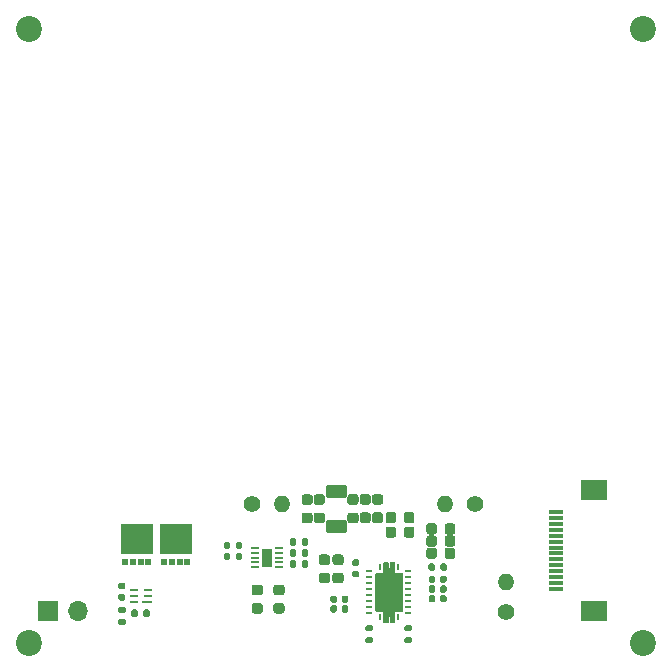
<source format=gbr>
%TF.GenerationSoftware,KiCad,Pcbnew,(5.1.8)-1*%
%TF.CreationDate,2021-09-17T09:19:24+08:00*%
%TF.ProjectId,WirelessPower,57697265-6c65-4737-9350-6f7765722e6b,rev?*%
%TF.SameCoordinates,Original*%
%TF.FileFunction,Soldermask,Top*%
%TF.FilePolarity,Negative*%
%FSLAX46Y46*%
G04 Gerber Fmt 4.6, Leading zero omitted, Abs format (unit mm)*
G04 Created by KiCad (PCBNEW (5.1.8)-1) date 2021-09-17 09:19:24*
%MOMM*%
%LPD*%
G01*
G04 APERTURE LIST*
%ADD10C,0.010000*%
%ADD11R,0.900000X1.500000*%
%ADD12R,0.760000X0.220000*%
%ADD13R,2.050000X3.050000*%
%ADD14R,0.600000X0.240000*%
%ADD15R,0.240000X0.600000*%
%ADD16O,1.400000X1.400000*%
%ADD17C,1.400000*%
%ADD18R,1.300000X0.300000*%
%ADD19R,2.200000X1.800000*%
%ADD20O,1.700000X1.700000*%
%ADD21R,1.700000X1.700000*%
%ADD22C,2.200000*%
%ADD23R,0.500000X0.630000*%
%ADD24R,0.850000X0.280000*%
%ADD25R,0.750000X0.280000*%
G04 APERTURE END LIST*
D10*
%TO.C,U2*%
G36*
X163593000Y-117853000D02*
G01*
X163593000Y-117080000D01*
X163593208Y-117072045D01*
X163593833Y-117064112D01*
X163594871Y-117056222D01*
X163596322Y-117048397D01*
X163598179Y-117040660D01*
X163600439Y-117033029D01*
X163603096Y-117025528D01*
X163606141Y-117018176D01*
X163609567Y-117010993D01*
X163613364Y-117004000D01*
X163617522Y-116997215D01*
X163622029Y-116990657D01*
X163626874Y-116984343D01*
X163632042Y-116978292D01*
X163637520Y-116972520D01*
X163643292Y-116967042D01*
X163649343Y-116961874D01*
X163655657Y-116957029D01*
X163662215Y-116952522D01*
X163669000Y-116948364D01*
X163675993Y-116944567D01*
X163683176Y-116941141D01*
X163690528Y-116938096D01*
X163698029Y-116935439D01*
X163705660Y-116933179D01*
X163713397Y-116931322D01*
X163721222Y-116929871D01*
X163729112Y-116928833D01*
X163737045Y-116928208D01*
X163745000Y-116928000D01*
X163845000Y-116928000D01*
X163852955Y-116928208D01*
X163860888Y-116928833D01*
X163868778Y-116929871D01*
X163876603Y-116931322D01*
X163884340Y-116933179D01*
X163891971Y-116935439D01*
X163899472Y-116938096D01*
X163906824Y-116941141D01*
X163914007Y-116944567D01*
X163921000Y-116948364D01*
X163927785Y-116952522D01*
X163934343Y-116957029D01*
X163940657Y-116961874D01*
X163946708Y-116967042D01*
X163952480Y-116972520D01*
X163957958Y-116978292D01*
X163963126Y-116984343D01*
X163967971Y-116990657D01*
X163972478Y-116997215D01*
X163976636Y-117004000D01*
X163980433Y-117010993D01*
X163983859Y-117018176D01*
X163986904Y-117025528D01*
X163989561Y-117033029D01*
X163991821Y-117040660D01*
X163993678Y-117048397D01*
X163995129Y-117056222D01*
X163996167Y-117064112D01*
X163996792Y-117072045D01*
X163997000Y-117080000D01*
X163997000Y-117453000D01*
X164142000Y-117453000D01*
X164143000Y-117453000D01*
X164143000Y-117078000D01*
X164143206Y-117070150D01*
X164143822Y-117062321D01*
X164144847Y-117054535D01*
X164146278Y-117046813D01*
X164148111Y-117039177D01*
X164150342Y-117031647D01*
X164152963Y-117024245D01*
X164155968Y-117016990D01*
X164159349Y-117009901D01*
X164163096Y-117003000D01*
X164167199Y-116996304D01*
X164171647Y-116989832D01*
X164176428Y-116983602D01*
X164181528Y-116977630D01*
X164186934Y-116971934D01*
X164192630Y-116966528D01*
X164198602Y-116961428D01*
X164204832Y-116956647D01*
X164211304Y-116952199D01*
X164218000Y-116948096D01*
X164224901Y-116944349D01*
X164231990Y-116940968D01*
X164239245Y-116937963D01*
X164246647Y-116935342D01*
X164254177Y-116933111D01*
X164261813Y-116931278D01*
X164269535Y-116929847D01*
X164277321Y-116928822D01*
X164285150Y-116928206D01*
X164293000Y-116928000D01*
X164396000Y-116928000D01*
X164403903Y-116928207D01*
X164411784Y-116928827D01*
X164419622Y-116929859D01*
X164427395Y-116931300D01*
X164435082Y-116933145D01*
X164442662Y-116935390D01*
X164450114Y-116938029D01*
X164457417Y-116941055D01*
X164464553Y-116944458D01*
X164471500Y-116948230D01*
X164478240Y-116952361D01*
X164484756Y-116956838D01*
X164491027Y-116961651D01*
X164497039Y-116966785D01*
X164502773Y-116972227D01*
X164508215Y-116977961D01*
X164513349Y-116983973D01*
X164518162Y-116990244D01*
X164522639Y-116996760D01*
X164526770Y-117003500D01*
X164530542Y-117010447D01*
X164533945Y-117017583D01*
X164536971Y-117024886D01*
X164539610Y-117032338D01*
X164541855Y-117039918D01*
X164543700Y-117047605D01*
X164545141Y-117055378D01*
X164546173Y-117063216D01*
X164546793Y-117071097D01*
X164547000Y-117079000D01*
X164547000Y-117853000D01*
X165045000Y-117853000D01*
X165052955Y-117853208D01*
X165060888Y-117853833D01*
X165068778Y-117854871D01*
X165076603Y-117856322D01*
X165084340Y-117858179D01*
X165091971Y-117860439D01*
X165099472Y-117863096D01*
X165106824Y-117866141D01*
X165114007Y-117869567D01*
X165121000Y-117873364D01*
X165127785Y-117877522D01*
X165134343Y-117882029D01*
X165140657Y-117886874D01*
X165146708Y-117892042D01*
X165152480Y-117897520D01*
X165157958Y-117903292D01*
X165163126Y-117909343D01*
X165167971Y-117915657D01*
X165172478Y-117922215D01*
X165176636Y-117929000D01*
X165180433Y-117935993D01*
X165183859Y-117943176D01*
X165186904Y-117950528D01*
X165189561Y-117958029D01*
X165191821Y-117965660D01*
X165193678Y-117973397D01*
X165195129Y-117981222D01*
X165196167Y-117989112D01*
X165196792Y-117997045D01*
X165197000Y-118005000D01*
X165197000Y-120956000D01*
X165196794Y-120963850D01*
X165196178Y-120971679D01*
X165195153Y-120979465D01*
X165193722Y-120987187D01*
X165191889Y-120994823D01*
X165189658Y-121002353D01*
X165187037Y-121009755D01*
X165184032Y-121017010D01*
X165180651Y-121024099D01*
X165176904Y-121031000D01*
X165172801Y-121037696D01*
X165168353Y-121044168D01*
X165163572Y-121050398D01*
X165158472Y-121056370D01*
X165153066Y-121062066D01*
X165147370Y-121067472D01*
X165141398Y-121072572D01*
X165135168Y-121077353D01*
X165128696Y-121081801D01*
X165122000Y-121085904D01*
X165115099Y-121089651D01*
X165108010Y-121093032D01*
X165100755Y-121096037D01*
X165093353Y-121098658D01*
X165085823Y-121100889D01*
X165078187Y-121102722D01*
X165070465Y-121104153D01*
X165062679Y-121105178D01*
X165054850Y-121105794D01*
X165047000Y-121106000D01*
X164548000Y-121106000D01*
X164547948Y-121106001D01*
X164547895Y-121106005D01*
X164547844Y-121106012D01*
X164547792Y-121106022D01*
X164547741Y-121106034D01*
X164547691Y-121106049D01*
X164547642Y-121106066D01*
X164547593Y-121106086D01*
X164547546Y-121106109D01*
X164547500Y-121106134D01*
X164547455Y-121106161D01*
X164547412Y-121106191D01*
X164547371Y-121106223D01*
X164547331Y-121106257D01*
X164547293Y-121106293D01*
X164547257Y-121106331D01*
X164547223Y-121106371D01*
X164547191Y-121106412D01*
X164547161Y-121106455D01*
X164547134Y-121106500D01*
X164547109Y-121106546D01*
X164547086Y-121106593D01*
X164547066Y-121106642D01*
X164547049Y-121106691D01*
X164547034Y-121106741D01*
X164547022Y-121106792D01*
X164547012Y-121106844D01*
X164547005Y-121106895D01*
X164547001Y-121106948D01*
X164547000Y-121107000D01*
X164547000Y-121881000D01*
X164546794Y-121888850D01*
X164546178Y-121896679D01*
X164545153Y-121904465D01*
X164543722Y-121912187D01*
X164541889Y-121919823D01*
X164539658Y-121927353D01*
X164537037Y-121934755D01*
X164534032Y-121942010D01*
X164530651Y-121949099D01*
X164526904Y-121956000D01*
X164522801Y-121962696D01*
X164518353Y-121969168D01*
X164513572Y-121975398D01*
X164508472Y-121981370D01*
X164503066Y-121987066D01*
X164497370Y-121992472D01*
X164491398Y-121997572D01*
X164485168Y-122002353D01*
X164478696Y-122006801D01*
X164472000Y-122010904D01*
X164465099Y-122014651D01*
X164458010Y-122018032D01*
X164450755Y-122021037D01*
X164443353Y-122023658D01*
X164435823Y-122025889D01*
X164428187Y-122027722D01*
X164420465Y-122029153D01*
X164412679Y-122030178D01*
X164404850Y-122030794D01*
X164397000Y-122031000D01*
X164292000Y-122031000D01*
X164284202Y-122030796D01*
X164276425Y-122030184D01*
X164268691Y-122029166D01*
X164261021Y-122027744D01*
X164253436Y-122025923D01*
X164245956Y-122023707D01*
X164238603Y-122021103D01*
X164231396Y-122018118D01*
X164224355Y-122014760D01*
X164217500Y-122011038D01*
X164210849Y-122006962D01*
X164204420Y-122002544D01*
X164198231Y-121997795D01*
X164192300Y-121992729D01*
X164186641Y-121987359D01*
X164181271Y-121981700D01*
X164176205Y-121975769D01*
X164171456Y-121969580D01*
X164167038Y-121963151D01*
X164162962Y-121956500D01*
X164159240Y-121949645D01*
X164155882Y-121942604D01*
X164152897Y-121935397D01*
X164150293Y-121928044D01*
X164148077Y-121920564D01*
X164146256Y-121912979D01*
X164144834Y-121905309D01*
X164143816Y-121897575D01*
X164143204Y-121889798D01*
X164143000Y-121882000D01*
X164143000Y-121507000D01*
X163998000Y-121507000D01*
X163997948Y-121507001D01*
X163997895Y-121507005D01*
X163997844Y-121507012D01*
X163997792Y-121507022D01*
X163997741Y-121507034D01*
X163997691Y-121507049D01*
X163997642Y-121507066D01*
X163997593Y-121507086D01*
X163997546Y-121507109D01*
X163997500Y-121507134D01*
X163997455Y-121507161D01*
X163997412Y-121507191D01*
X163997371Y-121507223D01*
X163997331Y-121507257D01*
X163997293Y-121507293D01*
X163997257Y-121507331D01*
X163997223Y-121507371D01*
X163997191Y-121507412D01*
X163997161Y-121507455D01*
X163997134Y-121507500D01*
X163997109Y-121507546D01*
X163997086Y-121507593D01*
X163997066Y-121507642D01*
X163997049Y-121507691D01*
X163997034Y-121507741D01*
X163997022Y-121507792D01*
X163997012Y-121507844D01*
X163997005Y-121507895D01*
X163997001Y-121507948D01*
X163997000Y-121508000D01*
X163997000Y-121881000D01*
X163996794Y-121888850D01*
X163996178Y-121896679D01*
X163995153Y-121904465D01*
X163993722Y-121912187D01*
X163991889Y-121919823D01*
X163989658Y-121927353D01*
X163987037Y-121934755D01*
X163984032Y-121942010D01*
X163980651Y-121949099D01*
X163976904Y-121956000D01*
X163972801Y-121962696D01*
X163968353Y-121969168D01*
X163963572Y-121975398D01*
X163958472Y-121981370D01*
X163953066Y-121987066D01*
X163947370Y-121992472D01*
X163941398Y-121997572D01*
X163935168Y-122002353D01*
X163928696Y-122006801D01*
X163922000Y-122010904D01*
X163915099Y-122014651D01*
X163908010Y-122018032D01*
X163900755Y-122021037D01*
X163893353Y-122023658D01*
X163885823Y-122025889D01*
X163878187Y-122027722D01*
X163870465Y-122029153D01*
X163862679Y-122030178D01*
X163854850Y-122030794D01*
X163847000Y-122031000D01*
X163741000Y-122031000D01*
X163733254Y-122030797D01*
X163725530Y-122030189D01*
X163717848Y-122029178D01*
X163710229Y-122027766D01*
X163702695Y-122025957D01*
X163695265Y-122023756D01*
X163687962Y-122021170D01*
X163680803Y-122018205D01*
X163673809Y-122014869D01*
X163667000Y-122011172D01*
X163660393Y-122007123D01*
X163654008Y-122002735D01*
X163647861Y-121998018D01*
X163641969Y-121992985D01*
X163636348Y-121987652D01*
X163631015Y-121982031D01*
X163625982Y-121976139D01*
X163621265Y-121969992D01*
X163616877Y-121963607D01*
X163612828Y-121957000D01*
X163609131Y-121950191D01*
X163605795Y-121943197D01*
X163602830Y-121936038D01*
X163600244Y-121928735D01*
X163598043Y-121921305D01*
X163596234Y-121913771D01*
X163594822Y-121906152D01*
X163593811Y-121898470D01*
X163593203Y-121890746D01*
X163593000Y-121883000D01*
X163593000Y-121107000D01*
X163095000Y-121107000D01*
X163087045Y-121106792D01*
X163079112Y-121106167D01*
X163071222Y-121105129D01*
X163063397Y-121103678D01*
X163055660Y-121101821D01*
X163048029Y-121099561D01*
X163040528Y-121096904D01*
X163033176Y-121093859D01*
X163025993Y-121090433D01*
X163019000Y-121086636D01*
X163012215Y-121082478D01*
X163005657Y-121077971D01*
X162999343Y-121073126D01*
X162993292Y-121067958D01*
X162987520Y-121062480D01*
X162982042Y-121056708D01*
X162976874Y-121050657D01*
X162972029Y-121044343D01*
X162967522Y-121037785D01*
X162963364Y-121031000D01*
X162959567Y-121024007D01*
X162956141Y-121016824D01*
X162953096Y-121009472D01*
X162950439Y-121001971D01*
X162948179Y-120994340D01*
X162946322Y-120986603D01*
X162944871Y-120978778D01*
X162943833Y-120970888D01*
X162943208Y-120962955D01*
X162943000Y-120955000D01*
X162943000Y-118006000D01*
X162943208Y-117998045D01*
X162943833Y-117990112D01*
X162944871Y-117982222D01*
X162946322Y-117974397D01*
X162948179Y-117966660D01*
X162950439Y-117959029D01*
X162953096Y-117951528D01*
X162956141Y-117944176D01*
X162959567Y-117936993D01*
X162963364Y-117930000D01*
X162967522Y-117923215D01*
X162972029Y-117916657D01*
X162976874Y-117910343D01*
X162982042Y-117904292D01*
X162987520Y-117898520D01*
X162993292Y-117893042D01*
X162999343Y-117887874D01*
X163005657Y-117883029D01*
X163012215Y-117878522D01*
X163019000Y-117874364D01*
X163025993Y-117870567D01*
X163033176Y-117867141D01*
X163040528Y-117864096D01*
X163048029Y-117861439D01*
X163055660Y-117859179D01*
X163063397Y-117857322D01*
X163071222Y-117855871D01*
X163079112Y-117854833D01*
X163087045Y-117854208D01*
X163095000Y-117854000D01*
X163592000Y-117854000D01*
X163592052Y-117853999D01*
X163592105Y-117853995D01*
X163592156Y-117853988D01*
X163592208Y-117853978D01*
X163592259Y-117853966D01*
X163592309Y-117853951D01*
X163592358Y-117853934D01*
X163592407Y-117853914D01*
X163592454Y-117853891D01*
X163592500Y-117853866D01*
X163592545Y-117853839D01*
X163592588Y-117853809D01*
X163592629Y-117853777D01*
X163592669Y-117853743D01*
X163592707Y-117853707D01*
X163592743Y-117853669D01*
X163592777Y-117853629D01*
X163592809Y-117853588D01*
X163592839Y-117853545D01*
X163592866Y-117853500D01*
X163592891Y-117853454D01*
X163592914Y-117853407D01*
X163592934Y-117853358D01*
X163592951Y-117853309D01*
X163592966Y-117853259D01*
X163592978Y-117853208D01*
X163592988Y-117853156D01*
X163592995Y-117853105D01*
X163592999Y-117853052D01*
X163593000Y-117853000D01*
G37*
X163593000Y-117853000D02*
X163593000Y-117080000D01*
X163593208Y-117072045D01*
X163593833Y-117064112D01*
X163594871Y-117056222D01*
X163596322Y-117048397D01*
X163598179Y-117040660D01*
X163600439Y-117033029D01*
X163603096Y-117025528D01*
X163606141Y-117018176D01*
X163609567Y-117010993D01*
X163613364Y-117004000D01*
X163617522Y-116997215D01*
X163622029Y-116990657D01*
X163626874Y-116984343D01*
X163632042Y-116978292D01*
X163637520Y-116972520D01*
X163643292Y-116967042D01*
X163649343Y-116961874D01*
X163655657Y-116957029D01*
X163662215Y-116952522D01*
X163669000Y-116948364D01*
X163675993Y-116944567D01*
X163683176Y-116941141D01*
X163690528Y-116938096D01*
X163698029Y-116935439D01*
X163705660Y-116933179D01*
X163713397Y-116931322D01*
X163721222Y-116929871D01*
X163729112Y-116928833D01*
X163737045Y-116928208D01*
X163745000Y-116928000D01*
X163845000Y-116928000D01*
X163852955Y-116928208D01*
X163860888Y-116928833D01*
X163868778Y-116929871D01*
X163876603Y-116931322D01*
X163884340Y-116933179D01*
X163891971Y-116935439D01*
X163899472Y-116938096D01*
X163906824Y-116941141D01*
X163914007Y-116944567D01*
X163921000Y-116948364D01*
X163927785Y-116952522D01*
X163934343Y-116957029D01*
X163940657Y-116961874D01*
X163946708Y-116967042D01*
X163952480Y-116972520D01*
X163957958Y-116978292D01*
X163963126Y-116984343D01*
X163967971Y-116990657D01*
X163972478Y-116997215D01*
X163976636Y-117004000D01*
X163980433Y-117010993D01*
X163983859Y-117018176D01*
X163986904Y-117025528D01*
X163989561Y-117033029D01*
X163991821Y-117040660D01*
X163993678Y-117048397D01*
X163995129Y-117056222D01*
X163996167Y-117064112D01*
X163996792Y-117072045D01*
X163997000Y-117080000D01*
X163997000Y-117453000D01*
X164142000Y-117453000D01*
X164143000Y-117453000D01*
X164143000Y-117078000D01*
X164143206Y-117070150D01*
X164143822Y-117062321D01*
X164144847Y-117054535D01*
X164146278Y-117046813D01*
X164148111Y-117039177D01*
X164150342Y-117031647D01*
X164152963Y-117024245D01*
X164155968Y-117016990D01*
X164159349Y-117009901D01*
X164163096Y-117003000D01*
X164167199Y-116996304D01*
X164171647Y-116989832D01*
X164176428Y-116983602D01*
X164181528Y-116977630D01*
X164186934Y-116971934D01*
X164192630Y-116966528D01*
X164198602Y-116961428D01*
X164204832Y-116956647D01*
X164211304Y-116952199D01*
X164218000Y-116948096D01*
X164224901Y-116944349D01*
X164231990Y-116940968D01*
X164239245Y-116937963D01*
X164246647Y-116935342D01*
X164254177Y-116933111D01*
X164261813Y-116931278D01*
X164269535Y-116929847D01*
X164277321Y-116928822D01*
X164285150Y-116928206D01*
X164293000Y-116928000D01*
X164396000Y-116928000D01*
X164403903Y-116928207D01*
X164411784Y-116928827D01*
X164419622Y-116929859D01*
X164427395Y-116931300D01*
X164435082Y-116933145D01*
X164442662Y-116935390D01*
X164450114Y-116938029D01*
X164457417Y-116941055D01*
X164464553Y-116944458D01*
X164471500Y-116948230D01*
X164478240Y-116952361D01*
X164484756Y-116956838D01*
X164491027Y-116961651D01*
X164497039Y-116966785D01*
X164502773Y-116972227D01*
X164508215Y-116977961D01*
X164513349Y-116983973D01*
X164518162Y-116990244D01*
X164522639Y-116996760D01*
X164526770Y-117003500D01*
X164530542Y-117010447D01*
X164533945Y-117017583D01*
X164536971Y-117024886D01*
X164539610Y-117032338D01*
X164541855Y-117039918D01*
X164543700Y-117047605D01*
X164545141Y-117055378D01*
X164546173Y-117063216D01*
X164546793Y-117071097D01*
X164547000Y-117079000D01*
X164547000Y-117853000D01*
X165045000Y-117853000D01*
X165052955Y-117853208D01*
X165060888Y-117853833D01*
X165068778Y-117854871D01*
X165076603Y-117856322D01*
X165084340Y-117858179D01*
X165091971Y-117860439D01*
X165099472Y-117863096D01*
X165106824Y-117866141D01*
X165114007Y-117869567D01*
X165121000Y-117873364D01*
X165127785Y-117877522D01*
X165134343Y-117882029D01*
X165140657Y-117886874D01*
X165146708Y-117892042D01*
X165152480Y-117897520D01*
X165157958Y-117903292D01*
X165163126Y-117909343D01*
X165167971Y-117915657D01*
X165172478Y-117922215D01*
X165176636Y-117929000D01*
X165180433Y-117935993D01*
X165183859Y-117943176D01*
X165186904Y-117950528D01*
X165189561Y-117958029D01*
X165191821Y-117965660D01*
X165193678Y-117973397D01*
X165195129Y-117981222D01*
X165196167Y-117989112D01*
X165196792Y-117997045D01*
X165197000Y-118005000D01*
X165197000Y-120956000D01*
X165196794Y-120963850D01*
X165196178Y-120971679D01*
X165195153Y-120979465D01*
X165193722Y-120987187D01*
X165191889Y-120994823D01*
X165189658Y-121002353D01*
X165187037Y-121009755D01*
X165184032Y-121017010D01*
X165180651Y-121024099D01*
X165176904Y-121031000D01*
X165172801Y-121037696D01*
X165168353Y-121044168D01*
X165163572Y-121050398D01*
X165158472Y-121056370D01*
X165153066Y-121062066D01*
X165147370Y-121067472D01*
X165141398Y-121072572D01*
X165135168Y-121077353D01*
X165128696Y-121081801D01*
X165122000Y-121085904D01*
X165115099Y-121089651D01*
X165108010Y-121093032D01*
X165100755Y-121096037D01*
X165093353Y-121098658D01*
X165085823Y-121100889D01*
X165078187Y-121102722D01*
X165070465Y-121104153D01*
X165062679Y-121105178D01*
X165054850Y-121105794D01*
X165047000Y-121106000D01*
X164548000Y-121106000D01*
X164547948Y-121106001D01*
X164547895Y-121106005D01*
X164547844Y-121106012D01*
X164547792Y-121106022D01*
X164547741Y-121106034D01*
X164547691Y-121106049D01*
X164547642Y-121106066D01*
X164547593Y-121106086D01*
X164547546Y-121106109D01*
X164547500Y-121106134D01*
X164547455Y-121106161D01*
X164547412Y-121106191D01*
X164547371Y-121106223D01*
X164547331Y-121106257D01*
X164547293Y-121106293D01*
X164547257Y-121106331D01*
X164547223Y-121106371D01*
X164547191Y-121106412D01*
X164547161Y-121106455D01*
X164547134Y-121106500D01*
X164547109Y-121106546D01*
X164547086Y-121106593D01*
X164547066Y-121106642D01*
X164547049Y-121106691D01*
X164547034Y-121106741D01*
X164547022Y-121106792D01*
X164547012Y-121106844D01*
X164547005Y-121106895D01*
X164547001Y-121106948D01*
X164547000Y-121107000D01*
X164547000Y-121881000D01*
X164546794Y-121888850D01*
X164546178Y-121896679D01*
X164545153Y-121904465D01*
X164543722Y-121912187D01*
X164541889Y-121919823D01*
X164539658Y-121927353D01*
X164537037Y-121934755D01*
X164534032Y-121942010D01*
X164530651Y-121949099D01*
X164526904Y-121956000D01*
X164522801Y-121962696D01*
X164518353Y-121969168D01*
X164513572Y-121975398D01*
X164508472Y-121981370D01*
X164503066Y-121987066D01*
X164497370Y-121992472D01*
X164491398Y-121997572D01*
X164485168Y-122002353D01*
X164478696Y-122006801D01*
X164472000Y-122010904D01*
X164465099Y-122014651D01*
X164458010Y-122018032D01*
X164450755Y-122021037D01*
X164443353Y-122023658D01*
X164435823Y-122025889D01*
X164428187Y-122027722D01*
X164420465Y-122029153D01*
X164412679Y-122030178D01*
X164404850Y-122030794D01*
X164397000Y-122031000D01*
X164292000Y-122031000D01*
X164284202Y-122030796D01*
X164276425Y-122030184D01*
X164268691Y-122029166D01*
X164261021Y-122027744D01*
X164253436Y-122025923D01*
X164245956Y-122023707D01*
X164238603Y-122021103D01*
X164231396Y-122018118D01*
X164224355Y-122014760D01*
X164217500Y-122011038D01*
X164210849Y-122006962D01*
X164204420Y-122002544D01*
X164198231Y-121997795D01*
X164192300Y-121992729D01*
X164186641Y-121987359D01*
X164181271Y-121981700D01*
X164176205Y-121975769D01*
X164171456Y-121969580D01*
X164167038Y-121963151D01*
X164162962Y-121956500D01*
X164159240Y-121949645D01*
X164155882Y-121942604D01*
X164152897Y-121935397D01*
X164150293Y-121928044D01*
X164148077Y-121920564D01*
X164146256Y-121912979D01*
X164144834Y-121905309D01*
X164143816Y-121897575D01*
X164143204Y-121889798D01*
X164143000Y-121882000D01*
X164143000Y-121507000D01*
X163998000Y-121507000D01*
X163997948Y-121507001D01*
X163997895Y-121507005D01*
X163997844Y-121507012D01*
X163997792Y-121507022D01*
X163997741Y-121507034D01*
X163997691Y-121507049D01*
X163997642Y-121507066D01*
X163997593Y-121507086D01*
X163997546Y-121507109D01*
X163997500Y-121507134D01*
X163997455Y-121507161D01*
X163997412Y-121507191D01*
X163997371Y-121507223D01*
X163997331Y-121507257D01*
X163997293Y-121507293D01*
X163997257Y-121507331D01*
X163997223Y-121507371D01*
X163997191Y-121507412D01*
X163997161Y-121507455D01*
X163997134Y-121507500D01*
X163997109Y-121507546D01*
X163997086Y-121507593D01*
X163997066Y-121507642D01*
X163997049Y-121507691D01*
X163997034Y-121507741D01*
X163997022Y-121507792D01*
X163997012Y-121507844D01*
X163997005Y-121507895D01*
X163997001Y-121507948D01*
X163997000Y-121508000D01*
X163997000Y-121881000D01*
X163996794Y-121888850D01*
X163996178Y-121896679D01*
X163995153Y-121904465D01*
X163993722Y-121912187D01*
X163991889Y-121919823D01*
X163989658Y-121927353D01*
X163987037Y-121934755D01*
X163984032Y-121942010D01*
X163980651Y-121949099D01*
X163976904Y-121956000D01*
X163972801Y-121962696D01*
X163968353Y-121969168D01*
X163963572Y-121975398D01*
X163958472Y-121981370D01*
X163953066Y-121987066D01*
X163947370Y-121992472D01*
X163941398Y-121997572D01*
X163935168Y-122002353D01*
X163928696Y-122006801D01*
X163922000Y-122010904D01*
X163915099Y-122014651D01*
X163908010Y-122018032D01*
X163900755Y-122021037D01*
X163893353Y-122023658D01*
X163885823Y-122025889D01*
X163878187Y-122027722D01*
X163870465Y-122029153D01*
X163862679Y-122030178D01*
X163854850Y-122030794D01*
X163847000Y-122031000D01*
X163741000Y-122031000D01*
X163733254Y-122030797D01*
X163725530Y-122030189D01*
X163717848Y-122029178D01*
X163710229Y-122027766D01*
X163702695Y-122025957D01*
X163695265Y-122023756D01*
X163687962Y-122021170D01*
X163680803Y-122018205D01*
X163673809Y-122014869D01*
X163667000Y-122011172D01*
X163660393Y-122007123D01*
X163654008Y-122002735D01*
X163647861Y-121998018D01*
X163641969Y-121992985D01*
X163636348Y-121987652D01*
X163631015Y-121982031D01*
X163625982Y-121976139D01*
X163621265Y-121969992D01*
X163616877Y-121963607D01*
X163612828Y-121957000D01*
X163609131Y-121950191D01*
X163605795Y-121943197D01*
X163602830Y-121936038D01*
X163600244Y-121928735D01*
X163598043Y-121921305D01*
X163596234Y-121913771D01*
X163594822Y-121906152D01*
X163593811Y-121898470D01*
X163593203Y-121890746D01*
X163593000Y-121883000D01*
X163593000Y-121107000D01*
X163095000Y-121107000D01*
X163087045Y-121106792D01*
X163079112Y-121106167D01*
X163071222Y-121105129D01*
X163063397Y-121103678D01*
X163055660Y-121101821D01*
X163048029Y-121099561D01*
X163040528Y-121096904D01*
X163033176Y-121093859D01*
X163025993Y-121090433D01*
X163019000Y-121086636D01*
X163012215Y-121082478D01*
X163005657Y-121077971D01*
X162999343Y-121073126D01*
X162993292Y-121067958D01*
X162987520Y-121062480D01*
X162982042Y-121056708D01*
X162976874Y-121050657D01*
X162972029Y-121044343D01*
X162967522Y-121037785D01*
X162963364Y-121031000D01*
X162959567Y-121024007D01*
X162956141Y-121016824D01*
X162953096Y-121009472D01*
X162950439Y-121001971D01*
X162948179Y-120994340D01*
X162946322Y-120986603D01*
X162944871Y-120978778D01*
X162943833Y-120970888D01*
X162943208Y-120962955D01*
X162943000Y-120955000D01*
X162943000Y-118006000D01*
X162943208Y-117998045D01*
X162943833Y-117990112D01*
X162944871Y-117982222D01*
X162946322Y-117974397D01*
X162948179Y-117966660D01*
X162950439Y-117959029D01*
X162953096Y-117951528D01*
X162956141Y-117944176D01*
X162959567Y-117936993D01*
X162963364Y-117930000D01*
X162967522Y-117923215D01*
X162972029Y-117916657D01*
X162976874Y-117910343D01*
X162982042Y-117904292D01*
X162987520Y-117898520D01*
X162993292Y-117893042D01*
X162999343Y-117887874D01*
X163005657Y-117883029D01*
X163012215Y-117878522D01*
X163019000Y-117874364D01*
X163025993Y-117870567D01*
X163033176Y-117867141D01*
X163040528Y-117864096D01*
X163048029Y-117861439D01*
X163055660Y-117859179D01*
X163063397Y-117857322D01*
X163071222Y-117855871D01*
X163079112Y-117854833D01*
X163087045Y-117854208D01*
X163095000Y-117854000D01*
X163592000Y-117854000D01*
X163592052Y-117853999D01*
X163592105Y-117853995D01*
X163592156Y-117853988D01*
X163592208Y-117853978D01*
X163592259Y-117853966D01*
X163592309Y-117853951D01*
X163592358Y-117853934D01*
X163592407Y-117853914D01*
X163592454Y-117853891D01*
X163592500Y-117853866D01*
X163592545Y-117853839D01*
X163592588Y-117853809D01*
X163592629Y-117853777D01*
X163592669Y-117853743D01*
X163592707Y-117853707D01*
X163592743Y-117853669D01*
X163592777Y-117853629D01*
X163592809Y-117853588D01*
X163592839Y-117853545D01*
X163592866Y-117853500D01*
X163592891Y-117853454D01*
X163592914Y-117853407D01*
X163592934Y-117853358D01*
X163592951Y-117853309D01*
X163592966Y-117853259D01*
X163592978Y-117853208D01*
X163592988Y-117853156D01*
X163592995Y-117853105D01*
X163592999Y-117853052D01*
X163593000Y-117853000D01*
%TO.C,U4*%
G36*
X141405000Y-116190000D02*
G01*
X141405000Y-113680000D01*
X144055000Y-113680000D01*
X144055000Y-116190000D01*
X141405000Y-116190000D01*
G37*
X141405000Y-116190000D02*
X141405000Y-113680000D01*
X144055000Y-113680000D01*
X144055000Y-116190000D01*
X141405000Y-116190000D01*
%TO.C,U3*%
G36*
X144715000Y-116189999D02*
G01*
X144715000Y-113679999D01*
X147365000Y-113679999D01*
X147365000Y-116189999D01*
X144715000Y-116189999D01*
G37*
X144715000Y-116189999D02*
X144715000Y-113679999D01*
X147365000Y-113679999D01*
X147365000Y-116189999D01*
X144715000Y-116189999D01*
%TD*%
D11*
%TO.C,U5*%
X153770000Y-116559999D03*
D12*
X152785000Y-117359999D03*
X152785000Y-116959999D03*
X152785000Y-116559999D03*
X152785000Y-116159999D03*
X152785000Y-115759999D03*
X154755000Y-115759999D03*
X154755000Y-116159999D03*
X154755000Y-116559999D03*
X154755000Y-116959999D03*
X154755000Y-117359999D03*
%TD*%
D13*
%TO.C,U2*%
X164070000Y-119480000D03*
D14*
X165720000Y-117730000D03*
X165720000Y-118230000D03*
X165720000Y-118730000D03*
X165720000Y-121230000D03*
X165720000Y-120730000D03*
X165720000Y-120230000D03*
X165720000Y-119730000D03*
X165720000Y-119230000D03*
X162420000Y-117730000D03*
X162420000Y-118230000D03*
X162420000Y-118730000D03*
X162420000Y-121230000D03*
X162420000Y-120730000D03*
X162420000Y-120230000D03*
X162420000Y-119730000D03*
X162420000Y-119230000D03*
D15*
X164820000Y-121630000D03*
X163320000Y-121630000D03*
X164820000Y-117330000D03*
X163320000Y-117330000D03*
%TD*%
%TO.C,C22*%
G36*
G01*
X168145000Y-113880000D02*
X168145000Y-114380000D01*
G75*
G02*
X167920000Y-114605000I-225000J0D01*
G01*
X167470000Y-114605000D01*
G75*
G02*
X167245000Y-114380000I0J225000D01*
G01*
X167245000Y-113880000D01*
G75*
G02*
X167470000Y-113655000I225000J0D01*
G01*
X167920000Y-113655000D01*
G75*
G02*
X168145000Y-113880000I0J-225000D01*
G01*
G37*
G36*
G01*
X169695000Y-113880000D02*
X169695000Y-114380000D01*
G75*
G02*
X169470000Y-114605000I-225000J0D01*
G01*
X169020000Y-114605000D01*
G75*
G02*
X168795000Y-114380000I0J225000D01*
G01*
X168795000Y-113880000D01*
G75*
G02*
X169020000Y-113655000I225000J0D01*
G01*
X169470000Y-113655000D01*
G75*
G02*
X169695000Y-113880000I0J-225000D01*
G01*
G37*
%TD*%
D16*
%TO.C,J6*%
X168870000Y-112050000D03*
D17*
X171410000Y-112050000D03*
%TD*%
%TO.C,C21*%
G36*
G01*
X156910000Y-112755000D02*
X157410000Y-112755000D01*
G75*
G02*
X157635000Y-112980000I0J-225000D01*
G01*
X157635000Y-113430000D01*
G75*
G02*
X157410000Y-113655000I-225000J0D01*
G01*
X156910000Y-113655000D01*
G75*
G02*
X156685000Y-113430000I0J225000D01*
G01*
X156685000Y-112980000D01*
G75*
G02*
X156910000Y-112755000I225000J0D01*
G01*
G37*
G36*
G01*
X156910000Y-111205000D02*
X157410000Y-111205000D01*
G75*
G02*
X157635000Y-111430000I0J-225000D01*
G01*
X157635000Y-111880000D01*
G75*
G02*
X157410000Y-112105000I-225000J0D01*
G01*
X156910000Y-112105000D01*
G75*
G02*
X156685000Y-111880000I0J225000D01*
G01*
X156685000Y-111430000D01*
G75*
G02*
X156910000Y-111205000I225000J0D01*
G01*
G37*
%TD*%
%TO.C,C20*%
G36*
G01*
X157942500Y-112755000D02*
X158442500Y-112755000D01*
G75*
G02*
X158667500Y-112980000I0J-225000D01*
G01*
X158667500Y-113430000D01*
G75*
G02*
X158442500Y-113655000I-225000J0D01*
G01*
X157942500Y-113655000D01*
G75*
G02*
X157717500Y-113430000I0J225000D01*
G01*
X157717500Y-112980000D01*
G75*
G02*
X157942500Y-112755000I225000J0D01*
G01*
G37*
G36*
G01*
X157942500Y-111205000D02*
X158442500Y-111205000D01*
G75*
G02*
X158667500Y-111430000I0J-225000D01*
G01*
X158667500Y-111880000D01*
G75*
G02*
X158442500Y-112105000I-225000J0D01*
G01*
X157942500Y-112105000D01*
G75*
G02*
X157717500Y-111880000I0J225000D01*
G01*
X157717500Y-111430000D01*
G75*
G02*
X157942500Y-111205000I225000J0D01*
G01*
G37*
%TD*%
%TO.C,C19*%
G36*
G01*
X162870000Y-112735000D02*
X163370000Y-112735000D01*
G75*
G02*
X163595000Y-112960000I0J-225000D01*
G01*
X163595000Y-113410000D01*
G75*
G02*
X163370000Y-113635000I-225000J0D01*
G01*
X162870000Y-113635000D01*
G75*
G02*
X162645000Y-113410000I0J225000D01*
G01*
X162645000Y-112960000D01*
G75*
G02*
X162870000Y-112735000I225000J0D01*
G01*
G37*
G36*
G01*
X162870000Y-111185000D02*
X163370000Y-111185000D01*
G75*
G02*
X163595000Y-111410000I0J-225000D01*
G01*
X163595000Y-111860000D01*
G75*
G02*
X163370000Y-112085000I-225000J0D01*
G01*
X162870000Y-112085000D01*
G75*
G02*
X162645000Y-111860000I0J225000D01*
G01*
X162645000Y-111410000D01*
G75*
G02*
X162870000Y-111185000I225000J0D01*
G01*
G37*
%TD*%
%TO.C,C15*%
G36*
G01*
X165345000Y-113430001D02*
X165345000Y-112930001D01*
G75*
G02*
X165570000Y-112705001I225000J0D01*
G01*
X166020000Y-112705001D01*
G75*
G02*
X166245000Y-112930001I0J-225000D01*
G01*
X166245000Y-113430001D01*
G75*
G02*
X166020000Y-113655001I-225000J0D01*
G01*
X165570000Y-113655001D01*
G75*
G02*
X165345000Y-113430001I0J225000D01*
G01*
G37*
G36*
G01*
X163795000Y-113430001D02*
X163795000Y-112930001D01*
G75*
G02*
X164020000Y-112705001I225000J0D01*
G01*
X164470000Y-112705001D01*
G75*
G02*
X164695000Y-112930001I0J-225000D01*
G01*
X164695000Y-113430001D01*
G75*
G02*
X164470000Y-113655001I-225000J0D01*
G01*
X164020000Y-113655001D01*
G75*
G02*
X163795000Y-113430001I0J225000D01*
G01*
G37*
%TD*%
%TO.C,C14*%
G36*
G01*
X161830000Y-112735000D02*
X162330000Y-112735000D01*
G75*
G02*
X162555000Y-112960000I0J-225000D01*
G01*
X162555000Y-113410000D01*
G75*
G02*
X162330000Y-113635000I-225000J0D01*
G01*
X161830000Y-113635000D01*
G75*
G02*
X161605000Y-113410000I0J225000D01*
G01*
X161605000Y-112960000D01*
G75*
G02*
X161830000Y-112735000I225000J0D01*
G01*
G37*
G36*
G01*
X161830000Y-111185000D02*
X162330000Y-111185000D01*
G75*
G02*
X162555000Y-111410000I0J-225000D01*
G01*
X162555000Y-111860000D01*
G75*
G02*
X162330000Y-112085000I-225000J0D01*
G01*
X161830000Y-112085000D01*
G75*
G02*
X161605000Y-111860000I0J225000D01*
G01*
X161605000Y-111410000D01*
G75*
G02*
X161830000Y-111185000I225000J0D01*
G01*
G37*
%TD*%
%TO.C,C13*%
G36*
G01*
X160790000Y-112745000D02*
X161290000Y-112745000D01*
G75*
G02*
X161515000Y-112970000I0J-225000D01*
G01*
X161515000Y-113420000D01*
G75*
G02*
X161290000Y-113645000I-225000J0D01*
G01*
X160790000Y-113645000D01*
G75*
G02*
X160565000Y-113420000I0J225000D01*
G01*
X160565000Y-112970000D01*
G75*
G02*
X160790000Y-112745000I225000J0D01*
G01*
G37*
G36*
G01*
X160790000Y-111195000D02*
X161290000Y-111195000D01*
G75*
G02*
X161515000Y-111420000I0J-225000D01*
G01*
X161515000Y-111870000D01*
G75*
G02*
X161290000Y-112095000I-225000J0D01*
G01*
X160790000Y-112095000D01*
G75*
G02*
X160565000Y-111870000I0J225000D01*
G01*
X160565000Y-111420000D01*
G75*
G02*
X160790000Y-111195000I225000J0D01*
G01*
G37*
%TD*%
%TO.C,C2*%
G36*
G01*
X165345002Y-114660000D02*
X165345002Y-114160000D01*
G75*
G02*
X165570002Y-113935000I225000J0D01*
G01*
X166020002Y-113935000D01*
G75*
G02*
X166245002Y-114160000I0J-225000D01*
G01*
X166245002Y-114660000D01*
G75*
G02*
X166020002Y-114885000I-225000J0D01*
G01*
X165570002Y-114885000D01*
G75*
G02*
X165345002Y-114660000I0J225000D01*
G01*
G37*
G36*
G01*
X163795002Y-114660000D02*
X163795002Y-114160000D01*
G75*
G02*
X164020002Y-113935000I225000J0D01*
G01*
X164470002Y-113935000D01*
G75*
G02*
X164695002Y-114160000I0J-225000D01*
G01*
X164695002Y-114660000D01*
G75*
G02*
X164470002Y-114885000I-225000J0D01*
G01*
X164020002Y-114885000D01*
G75*
G02*
X163795002Y-114660000I0J225000D01*
G01*
G37*
%TD*%
%TO.C,C1*%
G36*
G01*
X158999999Y-113350000D02*
X160300001Y-113350000D01*
G75*
G02*
X160550000Y-113599999I0J-249999D01*
G01*
X160550000Y-114250001D01*
G75*
G02*
X160300001Y-114500000I-249999J0D01*
G01*
X158999999Y-114500000D01*
G75*
G02*
X158750000Y-114250001I0J249999D01*
G01*
X158750000Y-113599999D01*
G75*
G02*
X158999999Y-113350000I249999J0D01*
G01*
G37*
G36*
G01*
X158999999Y-110400000D02*
X160300001Y-110400000D01*
G75*
G02*
X160550000Y-110649999I0J-249999D01*
G01*
X160550000Y-111300001D01*
G75*
G02*
X160300001Y-111550000I-249999J0D01*
G01*
X158999999Y-111550000D01*
G75*
G02*
X158750000Y-111300001I0J249999D01*
G01*
X158750000Y-110649999D01*
G75*
G02*
X158999999Y-110400000I249999J0D01*
G01*
G37*
%TD*%
D18*
%TO.C,J7*%
X178230000Y-112710000D03*
X178230000Y-113210000D03*
X178230000Y-113710000D03*
X178230000Y-114210000D03*
X178230000Y-114710000D03*
X178230000Y-115210000D03*
X178230000Y-115710000D03*
X178230000Y-116210000D03*
X178230000Y-116710000D03*
X178230000Y-117210000D03*
X178230000Y-117710000D03*
X178230000Y-118210000D03*
X178230000Y-118710000D03*
X178230000Y-119210000D03*
D19*
X181480000Y-121110000D03*
X181480000Y-110810000D03*
%TD*%
%TO.C,C18*%
G36*
G01*
X168145000Y-115950000D02*
X168145000Y-116450000D01*
G75*
G02*
X167920000Y-116675000I-225000J0D01*
G01*
X167470000Y-116675000D01*
G75*
G02*
X167245000Y-116450000I0J225000D01*
G01*
X167245000Y-115950000D01*
G75*
G02*
X167470000Y-115725000I225000J0D01*
G01*
X167920000Y-115725000D01*
G75*
G02*
X168145000Y-115950000I0J-225000D01*
G01*
G37*
G36*
G01*
X169695000Y-115950000D02*
X169695000Y-116450000D01*
G75*
G02*
X169470000Y-116675000I-225000J0D01*
G01*
X169020000Y-116675000D01*
G75*
G02*
X168795000Y-116450000I0J225000D01*
G01*
X168795000Y-115950000D01*
G75*
G02*
X169020000Y-115725000I225000J0D01*
G01*
X169470000Y-115725000D01*
G75*
G02*
X169695000Y-115950000I0J-225000D01*
G01*
G37*
%TD*%
%TO.C,C17*%
G36*
G01*
X158370000Y-117845000D02*
X158870000Y-117845000D01*
G75*
G02*
X159095000Y-118070000I0J-225000D01*
G01*
X159095000Y-118520000D01*
G75*
G02*
X158870000Y-118745000I-225000J0D01*
G01*
X158370000Y-118745000D01*
G75*
G02*
X158145000Y-118520000I0J225000D01*
G01*
X158145000Y-118070000D01*
G75*
G02*
X158370000Y-117845000I225000J0D01*
G01*
G37*
G36*
G01*
X158370000Y-116295000D02*
X158870000Y-116295000D01*
G75*
G02*
X159095000Y-116520000I0J-225000D01*
G01*
X159095000Y-116970000D01*
G75*
G02*
X158870000Y-117195000I-225000J0D01*
G01*
X158370000Y-117195000D01*
G75*
G02*
X158145000Y-116970000I0J225000D01*
G01*
X158145000Y-116520000D01*
G75*
G02*
X158370000Y-116295000I225000J0D01*
G01*
G37*
%TD*%
%TO.C,C16*%
G36*
G01*
X159530000Y-117845000D02*
X160030000Y-117845000D01*
G75*
G02*
X160255000Y-118070000I0J-225000D01*
G01*
X160255000Y-118520000D01*
G75*
G02*
X160030000Y-118745000I-225000J0D01*
G01*
X159530000Y-118745000D01*
G75*
G02*
X159305000Y-118520000I0J225000D01*
G01*
X159305000Y-118070000D01*
G75*
G02*
X159530000Y-117845000I225000J0D01*
G01*
G37*
G36*
G01*
X159530000Y-116295000D02*
X160030000Y-116295000D01*
G75*
G02*
X160255000Y-116520000I0J-225000D01*
G01*
X160255000Y-116970000D01*
G75*
G02*
X160030000Y-117195000I-225000J0D01*
G01*
X159530000Y-117195000D01*
G75*
G02*
X159305000Y-116970000I0J225000D01*
G01*
X159305000Y-116520000D01*
G75*
G02*
X159530000Y-116295000I225000J0D01*
G01*
G37*
%TD*%
%TO.C,C10*%
G36*
G01*
X168145000Y-114910000D02*
X168145000Y-115410000D01*
G75*
G02*
X167920000Y-115635000I-225000J0D01*
G01*
X167470000Y-115635000D01*
G75*
G02*
X167245000Y-115410000I0J225000D01*
G01*
X167245000Y-114910000D01*
G75*
G02*
X167470000Y-114685000I225000J0D01*
G01*
X167920000Y-114685000D01*
G75*
G02*
X168145000Y-114910000I0J-225000D01*
G01*
G37*
G36*
G01*
X169695000Y-114910000D02*
X169695000Y-115410000D01*
G75*
G02*
X169470000Y-115635000I-225000J0D01*
G01*
X169020000Y-115635000D01*
G75*
G02*
X168795000Y-115410000I0J225000D01*
G01*
X168795000Y-114910000D01*
G75*
G02*
X169020000Y-114685000I225000J0D01*
G01*
X169470000Y-114685000D01*
G75*
G02*
X169695000Y-114910000I0J-225000D01*
G01*
G37*
%TD*%
%TO.C,C9*%
G36*
G01*
X168400000Y-120220000D02*
X168400000Y-119880000D01*
G75*
G02*
X168540000Y-119740000I140000J0D01*
G01*
X168820000Y-119740000D01*
G75*
G02*
X168960000Y-119880000I0J-140000D01*
G01*
X168960000Y-120220000D01*
G75*
G02*
X168820000Y-120360000I-140000J0D01*
G01*
X168540000Y-120360000D01*
G75*
G02*
X168400000Y-120220000I0J140000D01*
G01*
G37*
G36*
G01*
X167440000Y-120220000D02*
X167440000Y-119880000D01*
G75*
G02*
X167580000Y-119740000I140000J0D01*
G01*
X167860000Y-119740000D01*
G75*
G02*
X168000000Y-119880000I0J-140000D01*
G01*
X168000000Y-120220000D01*
G75*
G02*
X167860000Y-120360000I-140000J0D01*
G01*
X167580000Y-120360000D01*
G75*
G02*
X167440000Y-120220000I0J140000D01*
G01*
G37*
%TD*%
%TO.C,C8*%
G36*
G01*
X168400000Y-119400000D02*
X168400000Y-119060000D01*
G75*
G02*
X168540000Y-118920000I140000J0D01*
G01*
X168820000Y-118920000D01*
G75*
G02*
X168960000Y-119060000I0J-140000D01*
G01*
X168960000Y-119400000D01*
G75*
G02*
X168820000Y-119540000I-140000J0D01*
G01*
X168540000Y-119540000D01*
G75*
G02*
X168400000Y-119400000I0J140000D01*
G01*
G37*
G36*
G01*
X167440000Y-119400000D02*
X167440000Y-119060000D01*
G75*
G02*
X167580000Y-118920000I140000J0D01*
G01*
X167860000Y-118920000D01*
G75*
G02*
X168000000Y-119060000I0J-140000D01*
G01*
X168000000Y-119400000D01*
G75*
G02*
X167860000Y-119540000I-140000J0D01*
G01*
X167580000Y-119540000D01*
G75*
G02*
X167440000Y-119400000I0J140000D01*
G01*
G37*
%TD*%
%TO.C,C5*%
G36*
G01*
X160080000Y-120250000D02*
X160080000Y-119910000D01*
G75*
G02*
X160220000Y-119770000I140000J0D01*
G01*
X160500000Y-119770000D01*
G75*
G02*
X160640000Y-119910000I0J-140000D01*
G01*
X160640000Y-120250000D01*
G75*
G02*
X160500000Y-120390000I-140000J0D01*
G01*
X160220000Y-120390000D01*
G75*
G02*
X160080000Y-120250000I0J140000D01*
G01*
G37*
G36*
G01*
X159120000Y-120250000D02*
X159120000Y-119910000D01*
G75*
G02*
X159260000Y-119770000I140000J0D01*
G01*
X159540000Y-119770000D01*
G75*
G02*
X159680000Y-119910000I0J-140000D01*
G01*
X159680000Y-120250000D01*
G75*
G02*
X159540000Y-120390000I-140000J0D01*
G01*
X159260000Y-120390000D01*
G75*
G02*
X159120000Y-120250000I0J140000D01*
G01*
G37*
%TD*%
%TO.C,C4*%
G36*
G01*
X160080000Y-121070000D02*
X160080000Y-120730000D01*
G75*
G02*
X160220000Y-120590000I140000J0D01*
G01*
X160500000Y-120590000D01*
G75*
G02*
X160640000Y-120730000I0J-140000D01*
G01*
X160640000Y-121070000D01*
G75*
G02*
X160500000Y-121210000I-140000J0D01*
G01*
X160220000Y-121210000D01*
G75*
G02*
X160080000Y-121070000I0J140000D01*
G01*
G37*
G36*
G01*
X159120000Y-121070000D02*
X159120000Y-120730000D01*
G75*
G02*
X159260000Y-120590000I140000J0D01*
G01*
X159540000Y-120590000D01*
G75*
G02*
X159680000Y-120730000I0J-140000D01*
G01*
X159680000Y-121070000D01*
G75*
G02*
X159540000Y-121210000I-140000J0D01*
G01*
X159260000Y-121210000D01*
G75*
G02*
X159120000Y-121070000I0J140000D01*
G01*
G37*
%TD*%
%TO.C,C7*%
G36*
G01*
X168400000Y-118580000D02*
X168400000Y-118240000D01*
G75*
G02*
X168540000Y-118100000I140000J0D01*
G01*
X168820000Y-118100000D01*
G75*
G02*
X168960000Y-118240000I0J-140000D01*
G01*
X168960000Y-118580000D01*
G75*
G02*
X168820000Y-118720000I-140000J0D01*
G01*
X168540000Y-118720000D01*
G75*
G02*
X168400000Y-118580000I0J140000D01*
G01*
G37*
G36*
G01*
X167440000Y-118580000D02*
X167440000Y-118240000D01*
G75*
G02*
X167580000Y-118100000I140000J0D01*
G01*
X167860000Y-118100000D01*
G75*
G02*
X168000000Y-118240000I0J-140000D01*
G01*
X168000000Y-118580000D01*
G75*
G02*
X167860000Y-118720000I-140000J0D01*
G01*
X167580000Y-118720000D01*
G75*
G02*
X167440000Y-118580000I0J140000D01*
G01*
G37*
%TD*%
%TO.C,C6*%
G36*
G01*
X161090000Y-117680000D02*
X161430000Y-117680000D01*
G75*
G02*
X161570000Y-117820000I0J-140000D01*
G01*
X161570000Y-118100000D01*
G75*
G02*
X161430000Y-118240000I-140000J0D01*
G01*
X161090000Y-118240000D01*
G75*
G02*
X160950000Y-118100000I0J140000D01*
G01*
X160950000Y-117820000D01*
G75*
G02*
X161090000Y-117680000I140000J0D01*
G01*
G37*
G36*
G01*
X161090000Y-116720000D02*
X161430000Y-116720000D01*
G75*
G02*
X161570000Y-116860000I0J-140000D01*
G01*
X161570000Y-117140000D01*
G75*
G02*
X161430000Y-117280000I-140000J0D01*
G01*
X161090000Y-117280000D01*
G75*
G02*
X160950000Y-117140000I0J140000D01*
G01*
X160950000Y-116860000D01*
G75*
G02*
X161090000Y-116720000I140000J0D01*
G01*
G37*
%TD*%
%TO.C,R3*%
G36*
G01*
X168450000Y-117555000D02*
X168450000Y-117185000D01*
G75*
G02*
X168585000Y-117050000I135000J0D01*
G01*
X168855000Y-117050000D01*
G75*
G02*
X168990000Y-117185000I0J-135000D01*
G01*
X168990000Y-117555000D01*
G75*
G02*
X168855000Y-117690000I-135000J0D01*
G01*
X168585000Y-117690000D01*
G75*
G02*
X168450000Y-117555000I0J135000D01*
G01*
G37*
G36*
G01*
X167430000Y-117555000D02*
X167430000Y-117185000D01*
G75*
G02*
X167565000Y-117050000I135000J0D01*
G01*
X167835000Y-117050000D01*
G75*
G02*
X167970000Y-117185000I0J-135000D01*
G01*
X167970000Y-117555000D01*
G75*
G02*
X167835000Y-117690000I-135000J0D01*
G01*
X167565000Y-117690000D01*
G75*
G02*
X167430000Y-117555000I0J135000D01*
G01*
G37*
%TD*%
D16*
%TO.C,TH2*%
X155030000Y-112060000D03*
D17*
X152490000Y-112060000D03*
%TD*%
D16*
%TO.C,TH1*%
X174010000Y-118640000D03*
D17*
X174010000Y-121180000D03*
%TD*%
%TO.C,R11*%
G36*
G01*
X156699999Y-115435000D02*
X156699999Y-115065000D01*
G75*
G02*
X156834999Y-114930000I135000J0D01*
G01*
X157104999Y-114930000D01*
G75*
G02*
X157239999Y-115065000I0J-135000D01*
G01*
X157239999Y-115435000D01*
G75*
G02*
X157104999Y-115570000I-135000J0D01*
G01*
X156834999Y-115570000D01*
G75*
G02*
X156699999Y-115435000I0J135000D01*
G01*
G37*
G36*
G01*
X155679999Y-115435000D02*
X155679999Y-115065000D01*
G75*
G02*
X155814999Y-114930000I135000J0D01*
G01*
X156084999Y-114930000D01*
G75*
G02*
X156219999Y-115065000I0J-135000D01*
G01*
X156219999Y-115435000D01*
G75*
G02*
X156084999Y-115570000I-135000J0D01*
G01*
X155814999Y-115570000D01*
G75*
G02*
X155679999Y-115435000I0J135000D01*
G01*
G37*
%TD*%
%TO.C,R10*%
G36*
G01*
X150640000Y-116274999D02*
X150640000Y-116644999D01*
G75*
G02*
X150505000Y-116779999I-135000J0D01*
G01*
X150235000Y-116779999D01*
G75*
G02*
X150100000Y-116644999I0J135000D01*
G01*
X150100000Y-116274999D01*
G75*
G02*
X150235000Y-116139999I135000J0D01*
G01*
X150505000Y-116139999D01*
G75*
G02*
X150640000Y-116274999I0J-135000D01*
G01*
G37*
G36*
G01*
X151660000Y-116274999D02*
X151660000Y-116644999D01*
G75*
G02*
X151525000Y-116779999I-135000J0D01*
G01*
X151255000Y-116779999D01*
G75*
G02*
X151120000Y-116644999I0J135000D01*
G01*
X151120000Y-116274999D01*
G75*
G02*
X151255000Y-116139999I135000J0D01*
G01*
X151525000Y-116139999D01*
G75*
G02*
X151660000Y-116274999I0J-135000D01*
G01*
G37*
%TD*%
%TO.C,R9*%
G36*
G01*
X156700000Y-116355000D02*
X156700000Y-115985000D01*
G75*
G02*
X156835000Y-115850000I135000J0D01*
G01*
X157105000Y-115850000D01*
G75*
G02*
X157240000Y-115985000I0J-135000D01*
G01*
X157240000Y-116355000D01*
G75*
G02*
X157105000Y-116490000I-135000J0D01*
G01*
X156835000Y-116490000D01*
G75*
G02*
X156700000Y-116355000I0J135000D01*
G01*
G37*
G36*
G01*
X155680000Y-116355000D02*
X155680000Y-115985000D01*
G75*
G02*
X155815000Y-115850000I135000J0D01*
G01*
X156085000Y-115850000D01*
G75*
G02*
X156220000Y-115985000I0J-135000D01*
G01*
X156220000Y-116355000D01*
G75*
G02*
X156085000Y-116490000I-135000J0D01*
G01*
X155815000Y-116490000D01*
G75*
G02*
X155680000Y-116355000I0J135000D01*
G01*
G37*
%TD*%
%TO.C,R8*%
G36*
G01*
X156700000Y-117275000D02*
X156700000Y-116905000D01*
G75*
G02*
X156835000Y-116770000I135000J0D01*
G01*
X157105000Y-116770000D01*
G75*
G02*
X157240000Y-116905000I0J-135000D01*
G01*
X157240000Y-117275000D01*
G75*
G02*
X157105000Y-117410000I-135000J0D01*
G01*
X156835000Y-117410000D01*
G75*
G02*
X156700000Y-117275000I0J135000D01*
G01*
G37*
G36*
G01*
X155680000Y-117275000D02*
X155680000Y-116905000D01*
G75*
G02*
X155815000Y-116770000I135000J0D01*
G01*
X156085000Y-116770000D01*
G75*
G02*
X156220000Y-116905000I0J-135000D01*
G01*
X156220000Y-117275000D01*
G75*
G02*
X156085000Y-117410000I-135000J0D01*
G01*
X155815000Y-117410000D01*
G75*
G02*
X155680000Y-117275000I0J135000D01*
G01*
G37*
%TD*%
%TO.C,R5*%
G36*
G01*
X150640000Y-115355000D02*
X150640000Y-115725000D01*
G75*
G02*
X150505000Y-115860000I-135000J0D01*
G01*
X150235000Y-115860000D01*
G75*
G02*
X150100000Y-115725000I0J135000D01*
G01*
X150100000Y-115355000D01*
G75*
G02*
X150235000Y-115220000I135000J0D01*
G01*
X150505000Y-115220000D01*
G75*
G02*
X150640000Y-115355000I0J-135000D01*
G01*
G37*
G36*
G01*
X151660000Y-115355000D02*
X151660000Y-115725000D01*
G75*
G02*
X151525000Y-115860000I-135000J0D01*
G01*
X151255000Y-115860000D01*
G75*
G02*
X151120000Y-115725000I0J135000D01*
G01*
X151120000Y-115355000D01*
G75*
G02*
X151255000Y-115220000I135000J0D01*
G01*
X151525000Y-115220000D01*
G75*
G02*
X151660000Y-115355000I0J-135000D01*
G01*
G37*
%TD*%
%TO.C,R2*%
G36*
G01*
X165535000Y-123290000D02*
X165905000Y-123290000D01*
G75*
G02*
X166040000Y-123425000I0J-135000D01*
G01*
X166040000Y-123695000D01*
G75*
G02*
X165905000Y-123830000I-135000J0D01*
G01*
X165535000Y-123830000D01*
G75*
G02*
X165400000Y-123695000I0J135000D01*
G01*
X165400000Y-123425000D01*
G75*
G02*
X165535000Y-123290000I135000J0D01*
G01*
G37*
G36*
G01*
X165535000Y-122270000D02*
X165905000Y-122270000D01*
G75*
G02*
X166040000Y-122405000I0J-135000D01*
G01*
X166040000Y-122675000D01*
G75*
G02*
X165905000Y-122810000I-135000J0D01*
G01*
X165535000Y-122810000D01*
G75*
G02*
X165400000Y-122675000I0J135000D01*
G01*
X165400000Y-122405000D01*
G75*
G02*
X165535000Y-122270000I135000J0D01*
G01*
G37*
%TD*%
%TO.C,R1*%
G36*
G01*
X162605000Y-122809999D02*
X162235000Y-122809999D01*
G75*
G02*
X162100000Y-122674999I0J135000D01*
G01*
X162100000Y-122404999D01*
G75*
G02*
X162235000Y-122269999I135000J0D01*
G01*
X162605000Y-122269999D01*
G75*
G02*
X162740000Y-122404999I0J-135000D01*
G01*
X162740000Y-122674999D01*
G75*
G02*
X162605000Y-122809999I-135000J0D01*
G01*
G37*
G36*
G01*
X162605000Y-123829999D02*
X162235000Y-123829999D01*
G75*
G02*
X162100000Y-123694999I0J135000D01*
G01*
X162100000Y-123424999D01*
G75*
G02*
X162235000Y-123289999I135000J0D01*
G01*
X162605000Y-123289999D01*
G75*
G02*
X162740000Y-123424999I0J-135000D01*
G01*
X162740000Y-123694999D01*
G75*
G02*
X162605000Y-123829999I-135000J0D01*
G01*
G37*
%TD*%
%TO.C,C12*%
G36*
G01*
X152690000Y-120405000D02*
X153190000Y-120405000D01*
G75*
G02*
X153415000Y-120630000I0J-225000D01*
G01*
X153415000Y-121080000D01*
G75*
G02*
X153190000Y-121305000I-225000J0D01*
G01*
X152690000Y-121305000D01*
G75*
G02*
X152465000Y-121080000I0J225000D01*
G01*
X152465000Y-120630000D01*
G75*
G02*
X152690000Y-120405000I225000J0D01*
G01*
G37*
G36*
G01*
X152690000Y-118855000D02*
X153190000Y-118855000D01*
G75*
G02*
X153415000Y-119080000I0J-225000D01*
G01*
X153415000Y-119530000D01*
G75*
G02*
X153190000Y-119755000I-225000J0D01*
G01*
X152690000Y-119755000D01*
G75*
G02*
X152465000Y-119530000I0J225000D01*
G01*
X152465000Y-119080000D01*
G75*
G02*
X152690000Y-118855000I225000J0D01*
G01*
G37*
%TD*%
%TO.C,C11*%
G36*
G01*
X155020000Y-119755000D02*
X154520000Y-119755000D01*
G75*
G02*
X154295000Y-119530000I0J225000D01*
G01*
X154295000Y-119080000D01*
G75*
G02*
X154520000Y-118855000I225000J0D01*
G01*
X155020000Y-118855000D01*
G75*
G02*
X155245000Y-119080000I0J-225000D01*
G01*
X155245000Y-119530000D01*
G75*
G02*
X155020000Y-119755000I-225000J0D01*
G01*
G37*
G36*
G01*
X155020000Y-121305000D02*
X154520000Y-121305000D01*
G75*
G02*
X154295000Y-121080000I0J225000D01*
G01*
X154295000Y-120630000D01*
G75*
G02*
X154520000Y-120405000I225000J0D01*
G01*
X155020000Y-120405000D01*
G75*
G02*
X155245000Y-120630000I0J-225000D01*
G01*
X155245000Y-121080000D01*
G75*
G02*
X155020000Y-121305000I-225000J0D01*
G01*
G37*
%TD*%
D20*
%TO.C,BAT*%
X137790000Y-121090000D03*
D21*
X135250000Y-121090000D03*
%TD*%
D22*
%TO.C,J4*%
X185610000Y-123790000D03*
%TD*%
%TO.C,J3*%
X185610000Y-71790000D03*
%TD*%
%TO.C,J2*%
X133610000Y-123790000D03*
%TD*%
%TO.C,J1*%
X133610000Y-71790000D03*
%TD*%
%TO.C,R7*%
G36*
G01*
X141665000Y-121240000D02*
X141295000Y-121240000D01*
G75*
G02*
X141160000Y-121105000I0J135000D01*
G01*
X141160000Y-120835000D01*
G75*
G02*
X141295000Y-120700000I135000J0D01*
G01*
X141665000Y-120700000D01*
G75*
G02*
X141800000Y-120835000I0J-135000D01*
G01*
X141800000Y-121105000D01*
G75*
G02*
X141665000Y-121240000I-135000J0D01*
G01*
G37*
G36*
G01*
X141665000Y-122260000D02*
X141295000Y-122260000D01*
G75*
G02*
X141160000Y-122125000I0J135000D01*
G01*
X141160000Y-121855000D01*
G75*
G02*
X141295000Y-121720000I135000J0D01*
G01*
X141665000Y-121720000D01*
G75*
G02*
X141800000Y-121855000I0J-135000D01*
G01*
X141800000Y-122125000D01*
G75*
G02*
X141665000Y-122260000I-135000J0D01*
G01*
G37*
%TD*%
%TO.C,R4*%
G36*
G01*
X143290000Y-121455000D02*
X143290000Y-121085000D01*
G75*
G02*
X143425000Y-120950000I135000J0D01*
G01*
X143695000Y-120950000D01*
G75*
G02*
X143830000Y-121085000I0J-135000D01*
G01*
X143830000Y-121455000D01*
G75*
G02*
X143695000Y-121590000I-135000J0D01*
G01*
X143425000Y-121590000D01*
G75*
G02*
X143290000Y-121455000I0J135000D01*
G01*
G37*
G36*
G01*
X142270000Y-121455000D02*
X142270000Y-121085000D01*
G75*
G02*
X142405000Y-120950000I135000J0D01*
G01*
X142675000Y-120950000D01*
G75*
G02*
X142810000Y-121085000I0J-135000D01*
G01*
X142810000Y-121455000D01*
G75*
G02*
X142675000Y-121590000I-135000J0D01*
G01*
X142405000Y-121590000D01*
G75*
G02*
X142270000Y-121455000I0J135000D01*
G01*
G37*
%TD*%
%TO.C,C3*%
G36*
G01*
X141640000Y-119250000D02*
X141300000Y-119250000D01*
G75*
G02*
X141160000Y-119110000I0J140000D01*
G01*
X141160000Y-118830000D01*
G75*
G02*
X141300000Y-118690000I140000J0D01*
G01*
X141640000Y-118690000D01*
G75*
G02*
X141780000Y-118830000I0J-140000D01*
G01*
X141780000Y-119110000D01*
G75*
G02*
X141640000Y-119250000I-140000J0D01*
G01*
G37*
G36*
G01*
X141640000Y-120210000D02*
X141300000Y-120210000D01*
G75*
G02*
X141160000Y-120070000I0J140000D01*
G01*
X141160000Y-119790000D01*
G75*
G02*
X141300000Y-119650000I140000J0D01*
G01*
X141640000Y-119650000D01*
G75*
G02*
X141780000Y-119790000I0J-140000D01*
G01*
X141780000Y-120070000D01*
G75*
G02*
X141640000Y-120210000I-140000J0D01*
G01*
G37*
%TD*%
D23*
%TO.C,U4*%
X143705000Y-116965000D03*
X141755000Y-116965000D03*
X142405000Y-116965000D03*
X143055000Y-116965000D03*
%TD*%
%TO.C,U3*%
X147015000Y-116964999D03*
X145065000Y-116964999D03*
X145715000Y-116964999D03*
X146365000Y-116964999D03*
%TD*%
D24*
%TO.C,U1*%
X143634999Y-120310000D03*
D25*
X143684999Y-119810000D03*
X143684999Y-119310000D03*
X142534999Y-119310000D03*
X142534999Y-119810000D03*
X142534999Y-120310000D03*
%TD*%
M02*

</source>
